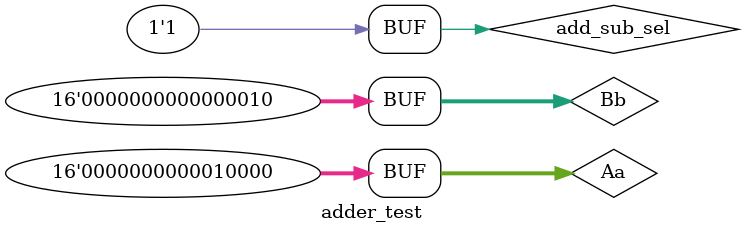
<source format=v>
`timescale 1ns / 1ps


module adder_test;

	// Inputs
	reg [15:0] Aa;
	reg [15:0] Bb;
	reg add_sub_sel;

	// Outputs
	wire [15:0] sum;
	wire carry;

	// Instantiate the Unit Under Test (UUT)
	Add_Sub_xbits uut (
		.sum(sum), 
		.carry(carry), 
		.Aa(Aa), 
		.Bb(Bb), 
		.add_sub_sel(add_sub_sel)
	);

	initial begin
		// Initialize Inputs
		Aa = 0;
		Bb = 0;
		add_sub_sel = 0;

		// Wait 100 ns for global reset to finish
		#100;
      	Aa = 16'h0010;
		Bb = 16'h0002;
		#20;
		add_sub_sel = 1;
		// Add stimulus here

	end
      
endmodule


</source>
